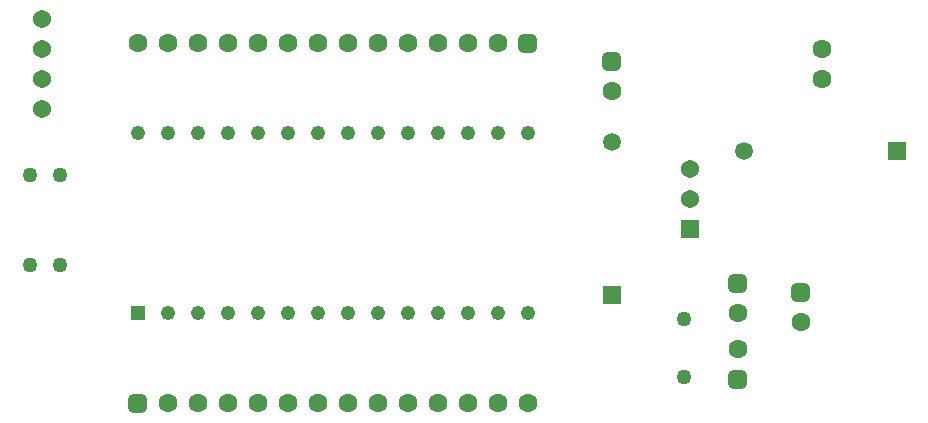
<source format=gbr>
G04 Generated by Ultiboard 14.0 *
%FSLAX24Y24*%
%MOIN*%

%ADD10C,0.0001*%
%ADD11C,0.0500*%
%ADD12C,0.0633*%
%ADD13R,0.0208X0.0208*%
%ADD14C,0.0392*%
%ADD15C,0.0490*%
%ADD16R,0.0490X0.0490*%
%ADD17C,0.0605*%
%ADD18R,0.0605X0.0605*%
%ADD19C,0.0591*%
%ADD20R,0.0591X0.0591*%


G04 ColorRGB 00FF00 for the following layer *
%LNCopper Top*%
%LPD*%
G54D10*
G54D11*
X33400Y16800D03*
X33400Y14883D03*
X12600Y18600D03*
X11600Y18600D03*
X12600Y21600D03*
X11600Y21600D03*
G54D12*
X38000Y24800D03*
X38000Y25800D03*
X31000Y24400D03*
X37300Y16700D03*
X35200Y15800D03*
X26200Y14000D03*
X20200Y14000D03*
X17200Y14000D03*
X16200Y14000D03*
X18200Y14000D03*
X19200Y14000D03*
X23200Y14000D03*
X21200Y14000D03*
X22200Y14000D03*
X25200Y14000D03*
X24200Y14000D03*
X28200Y14000D03*
X27200Y14000D03*
X35200Y17000D03*
X17200Y26000D03*
X23200Y26000D03*
X26200Y26000D03*
X27200Y26000D03*
X25200Y26000D03*
X24200Y26000D03*
X20200Y26000D03*
X22200Y26000D03*
X21200Y26000D03*
X18200Y26000D03*
X19200Y26000D03*
X15200Y26000D03*
X16200Y26000D03*
G54D13*
X31000Y25400D03*
X37300Y17700D03*
X35200Y14800D03*
X15200Y14000D03*
X35200Y18000D03*
X28200Y26000D03*
G54D14*
X30896Y25296D02*
X31104Y25296D01*
X31104Y25504D01*
X30896Y25504D01*
X30896Y25296D01*D02*
X37196Y17596D02*
X37404Y17596D01*
X37404Y17804D01*
X37196Y17804D01*
X37196Y17596D01*D02*
X35096Y14696D02*
X35304Y14696D01*
X35304Y14904D01*
X35096Y14904D01*
X35096Y14696D01*D02*
X15096Y13896D02*
X15304Y13896D01*
X15304Y14104D01*
X15096Y14104D01*
X15096Y13896D01*D02*
X35096Y17896D02*
X35304Y17896D01*
X35304Y18104D01*
X35096Y18104D01*
X35096Y17896D01*D02*
X28096Y25896D02*
X28304Y25896D01*
X28304Y26104D01*
X28096Y26104D01*
X28096Y25896D01*D02*
G54D15*
X15200Y23000D03*
X16200Y17000D03*
X17200Y17000D03*
X18200Y17000D03*
X20200Y17000D03*
X19200Y17000D03*
X21200Y17000D03*
X23200Y17000D03*
X22200Y17000D03*
X24200Y17000D03*
X25200Y17000D03*
X26200Y17000D03*
X27200Y17000D03*
X28200Y17000D03*
X21200Y23000D03*
X16200Y23000D03*
X17200Y23000D03*
X18200Y23000D03*
X20200Y23000D03*
X19200Y23000D03*
X23200Y23000D03*
X22200Y23000D03*
X24200Y23000D03*
X25200Y23000D03*
X26200Y23000D03*
X27200Y23000D03*
X28200Y23000D03*
G54D16*
X15200Y17000D03*
G54D17*
X33600Y20800D03*
X33600Y21800D03*
X12000Y26800D03*
X12000Y25800D03*
X12000Y24800D03*
X12000Y23800D03*
G54D18*
X33600Y19800D03*
G54D19*
X31000Y22718D03*
X35400Y22412D03*
G54D20*
X31000Y17600D03*
X40518Y22412D03*

M02*

</source>
